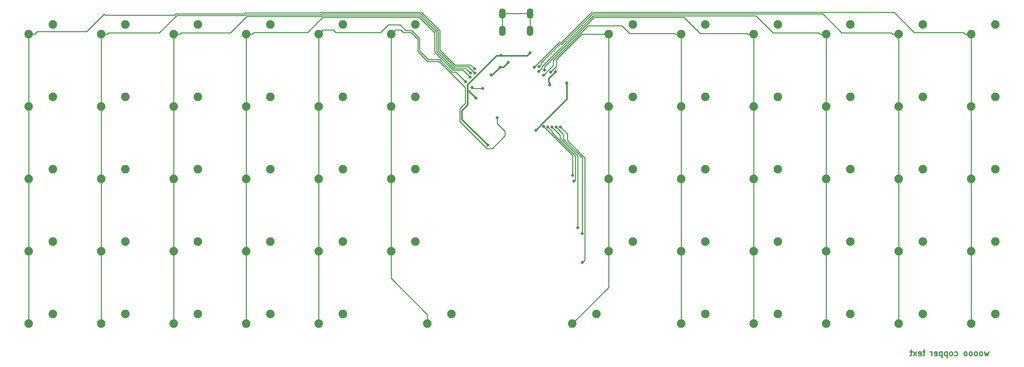
<source format=gbr>
G04 #@! TF.GenerationSoftware,KiCad,Pcbnew,(5.1.5)-3*
G04 #@! TF.CreationDate,2020-05-25T21:03:39-04:00*
G04 #@! TF.ProjectId,5-12,352d3132-2e6b-4696-9361-645f70636258,rev?*
G04 #@! TF.SameCoordinates,Original*
G04 #@! TF.FileFunction,Copper,L2,Bot*
G04 #@! TF.FilePolarity,Positive*
%FSLAX46Y46*%
G04 Gerber Fmt 4.6, Leading zero omitted, Abs format (unit mm)*
G04 Created by KiCad (PCBNEW (5.1.5)-3) date 2020-05-25 21:03:39*
%MOMM*%
%LPD*%
G04 APERTURE LIST*
%ADD10C,0.300000*%
%ADD11C,2.250000*%
%ADD12O,1.700000X2.700000*%
%ADD13C,0.800000*%
%ADD14C,0.381000*%
%ADD15C,0.254000*%
G04 APERTURE END LIST*
D10*
X269909428Y-159698571D02*
X269623714Y-160698571D01*
X269338000Y-159984285D01*
X269052285Y-160698571D01*
X268766571Y-159698571D01*
X267980857Y-160698571D02*
X268123714Y-160627142D01*
X268195142Y-160555714D01*
X268266571Y-160412857D01*
X268266571Y-159984285D01*
X268195142Y-159841428D01*
X268123714Y-159770000D01*
X267980857Y-159698571D01*
X267766571Y-159698571D01*
X267623714Y-159770000D01*
X267552285Y-159841428D01*
X267480857Y-159984285D01*
X267480857Y-160412857D01*
X267552285Y-160555714D01*
X267623714Y-160627142D01*
X267766571Y-160698571D01*
X267980857Y-160698571D01*
X266623714Y-160698571D02*
X266766571Y-160627142D01*
X266838000Y-160555714D01*
X266909428Y-160412857D01*
X266909428Y-159984285D01*
X266838000Y-159841428D01*
X266766571Y-159770000D01*
X266623714Y-159698571D01*
X266409428Y-159698571D01*
X266266571Y-159770000D01*
X266195142Y-159841428D01*
X266123714Y-159984285D01*
X266123714Y-160412857D01*
X266195142Y-160555714D01*
X266266571Y-160627142D01*
X266409428Y-160698571D01*
X266623714Y-160698571D01*
X265266571Y-160698571D02*
X265409428Y-160627142D01*
X265480857Y-160555714D01*
X265552285Y-160412857D01*
X265552285Y-159984285D01*
X265480857Y-159841428D01*
X265409428Y-159770000D01*
X265266571Y-159698571D01*
X265052285Y-159698571D01*
X264909428Y-159770000D01*
X264838000Y-159841428D01*
X264766571Y-159984285D01*
X264766571Y-160412857D01*
X264838000Y-160555714D01*
X264909428Y-160627142D01*
X265052285Y-160698571D01*
X265266571Y-160698571D01*
X263909428Y-160698571D02*
X264052285Y-160627142D01*
X264123714Y-160555714D01*
X264195142Y-160412857D01*
X264195142Y-159984285D01*
X264123714Y-159841428D01*
X264052285Y-159770000D01*
X263909428Y-159698571D01*
X263695142Y-159698571D01*
X263552285Y-159770000D01*
X263480857Y-159841428D01*
X263409428Y-159984285D01*
X263409428Y-160412857D01*
X263480857Y-160555714D01*
X263552285Y-160627142D01*
X263695142Y-160698571D01*
X263909428Y-160698571D01*
X260980857Y-160627142D02*
X261123714Y-160698571D01*
X261409428Y-160698571D01*
X261552285Y-160627142D01*
X261623714Y-160555714D01*
X261695142Y-160412857D01*
X261695142Y-159984285D01*
X261623714Y-159841428D01*
X261552285Y-159770000D01*
X261409428Y-159698571D01*
X261123714Y-159698571D01*
X260980857Y-159770000D01*
X260123714Y-160698571D02*
X260266571Y-160627142D01*
X260338000Y-160555714D01*
X260409428Y-160412857D01*
X260409428Y-159984285D01*
X260338000Y-159841428D01*
X260266571Y-159770000D01*
X260123714Y-159698571D01*
X259909428Y-159698571D01*
X259766571Y-159770000D01*
X259695142Y-159841428D01*
X259623714Y-159984285D01*
X259623714Y-160412857D01*
X259695142Y-160555714D01*
X259766571Y-160627142D01*
X259909428Y-160698571D01*
X260123714Y-160698571D01*
X258980857Y-159698571D02*
X258980857Y-161198571D01*
X258980857Y-159770000D02*
X258838000Y-159698571D01*
X258552285Y-159698571D01*
X258409428Y-159770000D01*
X258338000Y-159841428D01*
X258266571Y-159984285D01*
X258266571Y-160412857D01*
X258338000Y-160555714D01*
X258409428Y-160627142D01*
X258552285Y-160698571D01*
X258838000Y-160698571D01*
X258980857Y-160627142D01*
X257623714Y-159698571D02*
X257623714Y-161198571D01*
X257623714Y-159770000D02*
X257480857Y-159698571D01*
X257195142Y-159698571D01*
X257052285Y-159770000D01*
X256980857Y-159841428D01*
X256909428Y-159984285D01*
X256909428Y-160412857D01*
X256980857Y-160555714D01*
X257052285Y-160627142D01*
X257195142Y-160698571D01*
X257480857Y-160698571D01*
X257623714Y-160627142D01*
X255695142Y-160627142D02*
X255838000Y-160698571D01*
X256123714Y-160698571D01*
X256266571Y-160627142D01*
X256338000Y-160484285D01*
X256338000Y-159912857D01*
X256266571Y-159770000D01*
X256123714Y-159698571D01*
X255838000Y-159698571D01*
X255695142Y-159770000D01*
X255623714Y-159912857D01*
X255623714Y-160055714D01*
X256338000Y-160198571D01*
X254980857Y-160698571D02*
X254980857Y-159698571D01*
X254980857Y-159984285D02*
X254909428Y-159841428D01*
X254838000Y-159770000D01*
X254695142Y-159698571D01*
X254552285Y-159698571D01*
X253123714Y-159698571D02*
X252552285Y-159698571D01*
X252909428Y-159198571D02*
X252909428Y-160484285D01*
X252838000Y-160627142D01*
X252695142Y-160698571D01*
X252552285Y-160698571D01*
X251480857Y-160627142D02*
X251623714Y-160698571D01*
X251909428Y-160698571D01*
X252052285Y-160627142D01*
X252123714Y-160484285D01*
X252123714Y-159912857D01*
X252052285Y-159770000D01*
X251909428Y-159698571D01*
X251623714Y-159698571D01*
X251480857Y-159770000D01*
X251409428Y-159912857D01*
X251409428Y-160055714D01*
X252123714Y-160198571D01*
X250909428Y-160698571D02*
X250123714Y-159698571D01*
X250909428Y-159698571D02*
X250123714Y-160698571D01*
X249766571Y-159698571D02*
X249195142Y-159698571D01*
X249552285Y-159198571D02*
X249552285Y-160484285D01*
X249480857Y-160627142D01*
X249338000Y-160698571D01*
X249195142Y-160698571D01*
D11*
X166846250Y-149701250D03*
X160496250Y-152241250D03*
X119221250Y-73501250D03*
X112871250Y-76041250D03*
X271621250Y-149701250D03*
X265271250Y-152241250D03*
X271621250Y-130651250D03*
X265271250Y-133191250D03*
X271621250Y-111601250D03*
X265271250Y-114141250D03*
X271621250Y-92551250D03*
X265271250Y-95091250D03*
X271621250Y-73501250D03*
X265271250Y-76041250D03*
X252571250Y-149701250D03*
X246221250Y-152241250D03*
X252571250Y-130651250D03*
X246221250Y-133191250D03*
X252571250Y-111601250D03*
X246221250Y-114141250D03*
X252571250Y-92551250D03*
X246221250Y-95091250D03*
X252571250Y-73501250D03*
X246221250Y-76041250D03*
X233521250Y-149701250D03*
X227171250Y-152241250D03*
X233521250Y-130651250D03*
X227171250Y-133191250D03*
X233521250Y-111601250D03*
X227171250Y-114141250D03*
X233521250Y-92551250D03*
X227171250Y-95091250D03*
X233521250Y-73501250D03*
X227171250Y-76041250D03*
X214471250Y-149701250D03*
X208121250Y-152241250D03*
X214471250Y-130651250D03*
X208121250Y-133191250D03*
X214471250Y-111601250D03*
X208121250Y-114141250D03*
X214471250Y-92551250D03*
X208121250Y-95091250D03*
X214471250Y-73501250D03*
X208121250Y-76041250D03*
X195421250Y-149701250D03*
X189071250Y-152241250D03*
X195421250Y-130651250D03*
X189071250Y-133191250D03*
X195421250Y-111601250D03*
X189071250Y-114141250D03*
X195421250Y-92551250D03*
X189071250Y-95091250D03*
X195421250Y-73501250D03*
X189071250Y-76041250D03*
X176371250Y-130651250D03*
X170021250Y-133191250D03*
X176371250Y-111601250D03*
X170021250Y-114141250D03*
X176371250Y-92551250D03*
X170021250Y-95091250D03*
X176371250Y-73501250D03*
X170021250Y-76041250D03*
X119221250Y-130651250D03*
X112871250Y-133191250D03*
X119221250Y-111601250D03*
X112871250Y-114141250D03*
X119221250Y-92551250D03*
X112871250Y-95091250D03*
X100171250Y-149701250D03*
X93821250Y-152241250D03*
X100171250Y-130651250D03*
X93821250Y-133191250D03*
X100171250Y-111601250D03*
X93821250Y-114141250D03*
X100171250Y-92551250D03*
X93821250Y-95091250D03*
X100171250Y-73501250D03*
X93821250Y-76041250D03*
X81121250Y-149701250D03*
X74771250Y-152241250D03*
X81121250Y-130651250D03*
X74771250Y-133191250D03*
X81121250Y-111601250D03*
X74771250Y-114141250D03*
X81121250Y-92551250D03*
X74771250Y-95091250D03*
X81121250Y-73501250D03*
X74771250Y-76041250D03*
X62071250Y-149701250D03*
X55721250Y-152241250D03*
X62071250Y-130651250D03*
X55721250Y-133191250D03*
X62071250Y-111601250D03*
X55721250Y-114141250D03*
X62071250Y-92551250D03*
X55721250Y-95091250D03*
X62071250Y-73501250D03*
X55721250Y-76041250D03*
X43021250Y-149701250D03*
X36671250Y-152241250D03*
X43021250Y-130651250D03*
X36671250Y-133191250D03*
X43021250Y-111601250D03*
X36671250Y-114141250D03*
X43021250Y-92551250D03*
X36671250Y-95091250D03*
X43021250Y-73501250D03*
X36671250Y-76041250D03*
X23971250Y-149701250D03*
X17621250Y-152241250D03*
X23971250Y-130651250D03*
X17621250Y-133191250D03*
X23971250Y-111601250D03*
X17621250Y-114141250D03*
X23971250Y-73501250D03*
X17621250Y-76041250D03*
X128746250Y-149701250D03*
X122396250Y-152241250D03*
X23971250Y-92551250D03*
X17621250Y-95091250D03*
D12*
X149356250Y-70643750D03*
X142056250Y-70643750D03*
X142056250Y-75143750D03*
X149356250Y-75143750D03*
D13*
X149352000Y-80899000D03*
X135128000Y-92837000D03*
X138239500Y-105219500D03*
X150864455Y-101334455D03*
X143637000Y-83439000D03*
X141478000Y-84709000D03*
X141771681Y-81642548D03*
X159004000Y-88900000D03*
X156019500Y-85915500D03*
X154559000Y-89408000D03*
X139118439Y-86814561D03*
X160528000Y-113157000D03*
X152920017Y-100341588D03*
X160909000Y-114681000D03*
X154057282Y-100450718D03*
X161925000Y-127000000D03*
X155142849Y-100508151D03*
X163068000Y-128524000D03*
X156210000Y-100457000D03*
X134783048Y-85180952D03*
X134874000Y-86233000D03*
X133731000Y-86233000D03*
X133604000Y-87376000D03*
X132461000Y-88519000D03*
X134112000Y-90043000D03*
X136906000Y-90297000D03*
X140716000Y-98044000D03*
X154813000Y-85979000D03*
X152908000Y-86868000D03*
X153162000Y-85471000D03*
X151638000Y-85852000D03*
X151765000Y-84582000D03*
X150495000Y-84709000D03*
X163068000Y-136144000D03*
X157353000Y-100457000D03*
D14*
X132969000Y-90678000D02*
X135128000Y-92837000D01*
X132969000Y-90678000D02*
X132969000Y-94615000D01*
X132969000Y-94615000D02*
X132080000Y-95504000D01*
X132080000Y-95504000D02*
X131445000Y-96139000D01*
X131445000Y-96139000D02*
X131445000Y-98425000D01*
X131445000Y-98425000D02*
X138239500Y-105219500D01*
X142367000Y-84709000D02*
X143637000Y-83439000D01*
X141478000Y-84709000D02*
X142367000Y-84709000D01*
X154559000Y-88900000D02*
X154559000Y-89408000D01*
X154305000Y-87630000D02*
X154686000Y-87249000D01*
X154305000Y-88646000D02*
X154305000Y-87630000D01*
X154305000Y-88646000D02*
X154559000Y-88900000D01*
X156019500Y-85915500D02*
X154686000Y-87249000D01*
X139372439Y-86814561D02*
X141478000Y-84709000D01*
X139118439Y-86814561D02*
X139372439Y-86814561D01*
X153670000Y-98425000D02*
X150864455Y-101334455D01*
X159004000Y-88900000D02*
X159004000Y-93091000D01*
X159004000Y-93091000D02*
X153670000Y-98425000D01*
X148569933Y-81681067D02*
X149352000Y-80899000D01*
X140568933Y-81681067D02*
X148569933Y-81681067D01*
X132969000Y-89281000D02*
X140568933Y-81681067D01*
X132969000Y-90678000D02*
X132969000Y-89281000D01*
D15*
X160528000Y-113157000D02*
X160528000Y-107950000D01*
X160528000Y-107950000D02*
X154178000Y-101600000D01*
X154178000Y-101600000D02*
X154178000Y-101599571D01*
X154178000Y-101599571D02*
X152920017Y-100341588D01*
X161308999Y-114281001D02*
X161308999Y-108088933D01*
X160909000Y-114681000D02*
X161308999Y-114281001D01*
X161308999Y-108088933D02*
X160982009Y-107761943D01*
X160982009Y-107761943D02*
X155134033Y-101913967D01*
X155134033Y-101913967D02*
X155134033Y-101527469D01*
X155134033Y-101527469D02*
X154057282Y-100450718D01*
X161925000Y-127000000D02*
X161925000Y-108062868D01*
X161925000Y-108062868D02*
X161436018Y-107573886D01*
X161436018Y-107573886D02*
X157233066Y-103370934D01*
X157233066Y-103370934D02*
X157233066Y-102598368D01*
X157233066Y-102598368D02*
X155142849Y-100508151D01*
X163068000Y-128524000D02*
X163068000Y-108563802D01*
X163068000Y-108563802D02*
X161890027Y-107385829D01*
X161890027Y-107385829D02*
X158125599Y-103621401D01*
X158125599Y-103621401D02*
X158125599Y-102372599D01*
X158125599Y-102372599D02*
X156210000Y-100457000D01*
X17621250Y-76041250D02*
X17621250Y-95091250D01*
X17621250Y-95091250D02*
X17621250Y-114141250D01*
X17621250Y-114141250D02*
X17621250Y-133191250D01*
X17621250Y-133191250D02*
X17621250Y-152241250D01*
X19212240Y-76041250D02*
X19942490Y-75311000D01*
X17621250Y-76041250D02*
X19212240Y-76041250D01*
X19942490Y-75311000D02*
X20574000Y-75311000D01*
X20574000Y-75311000D02*
X32893000Y-75311000D01*
X32893000Y-75311000D02*
X37465000Y-70739000D01*
X55999934Y-70993000D02*
X56326943Y-70665990D01*
X37465000Y-70739000D02*
X37719000Y-70993000D01*
X37719000Y-70993000D02*
X55999934Y-70993000D01*
X56326943Y-70665990D02*
X73279000Y-70665990D01*
X74553886Y-70465980D02*
X84647943Y-70465980D01*
X73279000Y-70665990D02*
X74353876Y-70665990D01*
X74353876Y-70665990D02*
X74553886Y-70465980D01*
X84647943Y-70465980D02*
X90932000Y-70465980D01*
X94104819Y-70465980D02*
X94304829Y-70265970D01*
X90932000Y-70465980D02*
X94104819Y-70465980D01*
X94304829Y-70265970D02*
X97536000Y-70265970D01*
X125695030Y-80193699D02*
X127017665Y-81516334D01*
X125695030Y-75127829D02*
X125695030Y-80193699D01*
X97536000Y-70265970D02*
X120833171Y-70265970D01*
X120833171Y-70265970D02*
X125695030Y-75127829D01*
X127017665Y-81516334D02*
X129615188Y-84113857D01*
X129615188Y-84113857D02*
X133715953Y-84113857D01*
X133715953Y-84113857D02*
X134783048Y-85180952D01*
X36671250Y-152241250D02*
X36671250Y-133191250D01*
X36671250Y-133191250D02*
X36671250Y-114141250D01*
X36671250Y-112550260D02*
X36671250Y-95091250D01*
X36671250Y-114141250D02*
X36671250Y-112550260D01*
X36671250Y-95091250D02*
X36671250Y-76041250D01*
X38262240Y-76041250D02*
X38611490Y-75692000D01*
X36671250Y-76041250D02*
X38262240Y-76041250D01*
X38611490Y-75692000D02*
X48895000Y-75692000D01*
X48895000Y-75692000D02*
X51943000Y-75692000D01*
X51943000Y-75692000D02*
X56388000Y-71247000D01*
X74541933Y-71120000D02*
X74741943Y-70919990D01*
X56388000Y-71247000D02*
X56515000Y-71120000D01*
X56515000Y-71120000D02*
X74541933Y-71120000D01*
X74741943Y-70919990D02*
X84836000Y-70919990D01*
X94492886Y-70719980D02*
X120645114Y-70719980D01*
X120645114Y-70719980D02*
X125241020Y-75315886D01*
X84836000Y-70919990D02*
X94292876Y-70919990D01*
X125241020Y-75315886D02*
X125241020Y-80381755D01*
X94292876Y-70919990D02*
X94492886Y-70719980D01*
X125241020Y-80381755D02*
X126228228Y-81368963D01*
X126228228Y-81368963D02*
X127141132Y-82281867D01*
X127141132Y-82281867D02*
X129427132Y-84567867D01*
X134806962Y-86233000D02*
X134874000Y-86233000D01*
X129427132Y-84567867D02*
X133141829Y-84567867D01*
X133141829Y-84567867D02*
X134806962Y-86233000D01*
X55721250Y-77632240D02*
X55721250Y-95091250D01*
X55721250Y-76041250D02*
X55721250Y-77632240D01*
X55721250Y-96682240D02*
X55721250Y-114141250D01*
X55721250Y-95091250D02*
X55721250Y-96682240D01*
X55721250Y-114141250D02*
X55721250Y-133191250D01*
X55721250Y-133191250D02*
X55721250Y-152241250D01*
X132715000Y-85217000D02*
X133731000Y-86233000D01*
X74930000Y-71374000D02*
X94480933Y-71374000D01*
X70612000Y-75692000D02*
X74930000Y-71374000D01*
X124787010Y-80569811D02*
X129293066Y-85075867D01*
X57312240Y-76041250D02*
X57661490Y-75692000D01*
X55721250Y-76041250D02*
X57312240Y-76041250D01*
X94480933Y-71374000D02*
X94680943Y-71173990D01*
X132573867Y-85075867D02*
X132715000Y-85217000D01*
X120457057Y-71173990D02*
X124787010Y-75503943D01*
X57661490Y-75692000D02*
X70612000Y-75692000D01*
X94680943Y-71173990D02*
X120457057Y-71173990D01*
X124787010Y-75503943D02*
X124787010Y-80569811D01*
X129293066Y-85075867D02*
X132573867Y-85075867D01*
X74771250Y-152241250D02*
X74771250Y-133191250D01*
X74771250Y-117056316D02*
X74771250Y-114141250D01*
X74771250Y-133191250D02*
X74771250Y-117056316D01*
X74771250Y-114141250D02*
X74771250Y-95091250D01*
X74771250Y-95091250D02*
X74771250Y-76041250D01*
X76362240Y-76041250D02*
X76838490Y-75565000D01*
X74771250Y-76041250D02*
X76362240Y-76041250D01*
X76838490Y-75565000D02*
X90424000Y-75565000D01*
X90424000Y-75565000D02*
X90932000Y-75565000D01*
X90932000Y-75565000D02*
X94869000Y-71628000D01*
X94869000Y-71628000D02*
X105918000Y-71628000D01*
X105918000Y-71628000D02*
X120269000Y-71628000D01*
X120269000Y-71628000D02*
X123063000Y-74422000D01*
X123063000Y-74422000D02*
X124333000Y-75692000D01*
X124333000Y-75692000D02*
X124333000Y-80757867D01*
X124333000Y-80757867D02*
X125852114Y-82276981D01*
X125852114Y-82276981D02*
X127903133Y-84328000D01*
X127903133Y-84328000D02*
X129105009Y-85529877D01*
X131757877Y-85529877D02*
X133604000Y-87376000D01*
X129105009Y-85529877D02*
X131757877Y-85529877D01*
X93821250Y-77632240D02*
X93821250Y-95091250D01*
X93821250Y-76041250D02*
X93821250Y-77632240D01*
X93821250Y-95091250D02*
X93821250Y-114141250D01*
X93821250Y-114141250D02*
X93821250Y-133191250D01*
X93821250Y-133191250D02*
X93821250Y-152241250D01*
X120336033Y-77148966D02*
X120342010Y-77154943D01*
X120342010Y-77154943D02*
X120342010Y-80264000D01*
X120342010Y-80264000D02*
X120342010Y-80456944D01*
X120342010Y-80456944D02*
X122368033Y-82482967D01*
X125664057Y-82730990D02*
X128651000Y-85717934D01*
X122368033Y-82482967D02*
X122616056Y-82730990D01*
X122616056Y-82730990D02*
X125664057Y-82730990D01*
X94946249Y-74916251D02*
X93821250Y-76041250D01*
X97649251Y-74916251D02*
X94946249Y-74916251D01*
X110109000Y-75565000D02*
X98298000Y-75565000D01*
X118298057Y-75110991D02*
X116766990Y-75110990D01*
X120342010Y-77154943D02*
X118298057Y-75110991D01*
X98298000Y-75565000D02*
X97649251Y-74916251D01*
X116766990Y-75110990D02*
X115189000Y-73533000D01*
X115189000Y-73533000D02*
X112141000Y-73533000D01*
X112141000Y-73533000D02*
X110109000Y-75565000D01*
X129925887Y-85983887D02*
X132461000Y-88519000D01*
X128651000Y-85717934D02*
X128916952Y-85983887D01*
X128916952Y-85983887D02*
X129925887Y-85983887D01*
X134366000Y-90297000D02*
X134112000Y-90043000D01*
X136906000Y-90297000D02*
X134366000Y-90297000D01*
X112871250Y-116172288D02*
X112871250Y-114141250D01*
X112871250Y-133191250D02*
X112871250Y-116172288D01*
X112871250Y-114141250D02*
X112871250Y-95091250D01*
X112871250Y-95091250D02*
X112871250Y-76041250D01*
X112871250Y-133191250D02*
X112871250Y-140303250D01*
X122396250Y-149828250D02*
X122396250Y-152241250D01*
X112871250Y-140303250D02*
X122396250Y-149828250D01*
X115429251Y-74916251D02*
X113996249Y-74916251D01*
X116078000Y-75565000D02*
X115429251Y-74916251D01*
X118110000Y-75565000D02*
X116078000Y-75565000D01*
X119888000Y-77343000D02*
X118110000Y-75565000D01*
X119888000Y-80645000D02*
X119888000Y-77343000D01*
X125476000Y-83185000D02*
X122428000Y-83185000D01*
X138049000Y-106172000D02*
X130927490Y-99050490D01*
X142748000Y-101600000D02*
X142748000Y-102743000D01*
X132334000Y-94234000D02*
X132334000Y-90043000D01*
X140716000Y-98044000D02*
X140716000Y-99568000D01*
X142748000Y-102743000D02*
X142494000Y-102997000D01*
X140716000Y-99568000D02*
X142748000Y-101600000D01*
X142494000Y-102997000D02*
X139446000Y-106172000D01*
X139446000Y-106172000D02*
X138049000Y-106172000D01*
X130927490Y-99050490D02*
X130927490Y-95640510D01*
X122428000Y-83185000D02*
X119888000Y-80645000D01*
X132334000Y-90043000D02*
X125476000Y-83185000D01*
X113996249Y-74916251D02*
X112871250Y-76041250D01*
X130927490Y-95640510D02*
X132334000Y-94234000D01*
X170021250Y-77632240D02*
X170021250Y-95091250D01*
X170021250Y-76041250D02*
X170021250Y-77632240D01*
X170021250Y-95091250D02*
X170021250Y-114141250D01*
X170021250Y-115732240D02*
X170021250Y-133191250D01*
X170021250Y-114141250D02*
X170021250Y-115732240D01*
X170021250Y-142716250D02*
X160496250Y-152241250D01*
X170021250Y-133191250D02*
X170021250Y-142716250D01*
X170021250Y-76041250D02*
X162979816Y-76041250D01*
X162979816Y-76041250D02*
X156277033Y-82744033D01*
X156277033Y-84514967D02*
X154813000Y-85979000D01*
X156277033Y-82744033D02*
X156277033Y-84514967D01*
X189071250Y-152241250D02*
X189071250Y-133191250D01*
X189071250Y-131600260D02*
X189071250Y-114141250D01*
X189071250Y-133191250D02*
X189071250Y-131600260D01*
X189071250Y-114141250D02*
X189071250Y-95091250D01*
X189071250Y-95091250D02*
X189071250Y-76041250D01*
X153307999Y-86400963D02*
X153307999Y-86468001D01*
X155448000Y-82931000D02*
X155448000Y-84260962D01*
X189071250Y-76041250D02*
X187480260Y-76041250D01*
X153307999Y-86468001D02*
X152908000Y-86868000D01*
X164592000Y-73787000D02*
X155448000Y-82931000D01*
X173482000Y-73787000D02*
X164592000Y-73787000D01*
X187258010Y-75819000D02*
X175514000Y-75819000D01*
X155448000Y-84260962D02*
X153307999Y-86400963D01*
X187480260Y-76041250D02*
X187258010Y-75819000D01*
X175514000Y-75819000D02*
X173482000Y-73787000D01*
X208121250Y-76041250D02*
X208121250Y-95091250D01*
X208121250Y-96682240D02*
X208121250Y-114141250D01*
X208121250Y-95091250D02*
X208121250Y-96682240D01*
X208121250Y-115732240D02*
X208121250Y-133191250D01*
X208121250Y-114141250D02*
X208121250Y-115732240D01*
X208121250Y-133191250D02*
X208121250Y-152241250D01*
X153162000Y-84574934D02*
X153162000Y-85471000D01*
X166108934Y-71628000D02*
X153162000Y-84574934D01*
X206530260Y-76041250D02*
X206308010Y-75819000D01*
X206308010Y-75819000D02*
X194056000Y-75819000D01*
X208121250Y-76041250D02*
X206530260Y-76041250D01*
X194056000Y-75819000D02*
X189865000Y-71628000D01*
X189865000Y-71628000D02*
X166108934Y-71628000D01*
X227171250Y-152241250D02*
X227171250Y-133191250D01*
X227171250Y-133191250D02*
X227171250Y-114141250D01*
X227171250Y-114141250D02*
X227171250Y-95091250D01*
X227171250Y-95091250D02*
X227171250Y-76041250D01*
X225580260Y-76041250D02*
X225231010Y-75692000D01*
X227171250Y-76041250D02*
X225580260Y-76041250D01*
X225231010Y-75692000D02*
X213741000Y-75692000D01*
X213741000Y-75692000D02*
X213233000Y-75692000D01*
X213233000Y-75692000D02*
X209931000Y-72390000D01*
X209931000Y-72390000D02*
X208714990Y-71173990D01*
X208714990Y-71173990D02*
X165920877Y-71173990D01*
X152037999Y-85452001D02*
X151638000Y-85852000D01*
X152492001Y-84997999D02*
X152037999Y-85452001D01*
X152492001Y-84602867D02*
X152492001Y-84997999D01*
X156329934Y-80764934D02*
X152492001Y-84602867D01*
X165920877Y-71173990D02*
X156329934Y-80764934D01*
X156329934Y-80764934D02*
X156210000Y-80884868D01*
X246221250Y-77632240D02*
X246221250Y-95091250D01*
X246221250Y-76041250D02*
X246221250Y-77632240D01*
X246221250Y-95091250D02*
X246221250Y-114141250D01*
X246221250Y-114141250D02*
X246221250Y-133191250D01*
X246221250Y-133191250D02*
X246221250Y-152241250D01*
X152213033Y-84133967D02*
X151765000Y-84582000D01*
X152213033Y-83633033D02*
X152213033Y-84133967D01*
X165732820Y-70719980D02*
X165466867Y-70985935D01*
X244630260Y-76041250D02*
X244281010Y-75692000D01*
X231267000Y-75692000D02*
X226294980Y-70719980D01*
X246221250Y-76041250D02*
X244630260Y-76041250D01*
X157700850Y-78751952D02*
X157094114Y-78751952D01*
X244281010Y-75692000D02*
X231267000Y-75692000D01*
X157094114Y-78751952D02*
X152213033Y-83633033D01*
X165466867Y-70985935D02*
X157700850Y-78751952D01*
X226294980Y-70719980D02*
X165732820Y-70719980D01*
X265271250Y-76041250D02*
X265271250Y-95091250D01*
X265271250Y-95091250D02*
X265271250Y-114141250D01*
X265271250Y-114141250D02*
X265271250Y-133191250D01*
X265271250Y-133191250D02*
X265271250Y-152241250D01*
X156906057Y-78297943D02*
X150894999Y-84309001D01*
X157512793Y-78297943D02*
X156906057Y-78297943D01*
X150894999Y-84309001D02*
X150495000Y-84709000D01*
X165544766Y-70265970D02*
X157512793Y-78297943D01*
X265271250Y-76041250D02*
X263680260Y-76041250D01*
X245017970Y-70265970D02*
X165544766Y-70265970D01*
X263680260Y-76041250D02*
X263204010Y-75565000D01*
X263204010Y-75565000D02*
X250317000Y-75565000D01*
X250317000Y-75565000D02*
X245017970Y-70265970D01*
X149356250Y-73539750D02*
X149356250Y-70643750D01*
X149356250Y-75143750D02*
X149356250Y-73539750D01*
X148252250Y-70643750D02*
X142056250Y-70643750D01*
X149356250Y-70643750D02*
X148252250Y-70643750D01*
X142056250Y-72247750D02*
X142056250Y-75143750D01*
X142056250Y-70643750D02*
X142056250Y-72247750D01*
X163795001Y-135416999D02*
X163795001Y-108648737D01*
X163068000Y-136144000D02*
X163795001Y-135416999D01*
X163795001Y-108648737D02*
X162344036Y-107197772D01*
X162344036Y-107197772D02*
X159145132Y-103998868D01*
X159145132Y-103998868D02*
X159145132Y-102249132D01*
X159145132Y-102249132D02*
X157353000Y-100457000D01*
M02*

</source>
